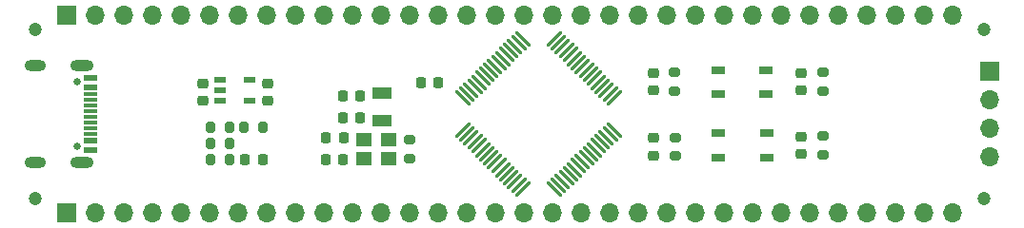
<source format=gts>
%TF.GenerationSoftware,KiCad,Pcbnew,7.0.6*%
%TF.CreationDate,2023-07-08T13:47:52+08:00*%
%TF.ProjectId,UINIO-MCU-GD32F350RBT6,55494e49-4f2d-44d4-9355-2d4744333246,Version 2.0.0*%
%TF.SameCoordinates,PX6a581f0PY5923d30*%
%TF.FileFunction,Soldermask,Top*%
%TF.FilePolarity,Negative*%
%FSLAX46Y46*%
G04 Gerber Fmt 4.6, Leading zero omitted, Abs format (unit mm)*
G04 Created by KiCad (PCBNEW 7.0.6) date 2023-07-08 13:47:52*
%MOMM*%
%LPD*%
G01*
G04 APERTURE LIST*
G04 Aperture macros list*
%AMRoundRect*
0 Rectangle with rounded corners*
0 $1 Rounding radius*
0 $2 $3 $4 $5 $6 $7 $8 $9 X,Y pos of 4 corners*
0 Add a 4 corners polygon primitive as box body*
4,1,4,$2,$3,$4,$5,$6,$7,$8,$9,$2,$3,0*
0 Add four circle primitives for the rounded corners*
1,1,$1+$1,$2,$3*
1,1,$1+$1,$4,$5*
1,1,$1+$1,$6,$7*
1,1,$1+$1,$8,$9*
0 Add four rect primitives between the rounded corners*
20,1,$1+$1,$2,$3,$4,$5,0*
20,1,$1+$1,$4,$5,$6,$7,0*
20,1,$1+$1,$6,$7,$8,$9,0*
20,1,$1+$1,$8,$9,$2,$3,0*%
%AMHorizOval*
0 Thick line with rounded ends*
0 $1 width*
0 $2 $3 position (X,Y) of the first rounded end (center of the circle)*
0 $4 $5 position (X,Y) of the second rounded end (center of the circle)*
0 Add line between two ends*
20,1,$1,$2,$3,$4,$5,0*
0 Add two circle primitives to create the rounded ends*
1,1,$1,$2,$3*
1,1,$1,$4,$5*%
G04 Aperture macros list end*
%ADD10RoundRect,0.200000X-0.275000X0.200000X-0.275000X-0.200000X0.275000X-0.200000X0.275000X0.200000X0*%
%ADD11RoundRect,0.225000X-0.225000X-0.250000X0.225000X-0.250000X0.225000X0.250000X-0.225000X0.250000X0*%
%ADD12RoundRect,0.225000X-0.250000X0.225000X-0.250000X-0.225000X0.250000X-0.225000X0.250000X0.225000X0*%
%ADD13RoundRect,0.200000X0.275000X-0.200000X0.275000X0.200000X-0.275000X0.200000X-0.275000X-0.200000X0*%
%ADD14C,1.200000*%
%ADD15RoundRect,0.218750X0.256250X-0.218750X0.256250X0.218750X-0.256250X0.218750X-0.256250X-0.218750X0*%
%ADD16HorizOval,0.300000X-0.601041X-0.601041X0.601041X0.601041X0*%
%ADD17HorizOval,0.300000X0.601041X-0.601041X-0.601041X0.601041X0*%
%ADD18R,1.400000X1.200000*%
%ADD19RoundRect,0.200000X0.200000X0.275000X-0.200000X0.275000X-0.200000X-0.275000X0.200000X-0.275000X0*%
%ADD20R,1.000000X0.600000*%
%ADD21C,0.650000*%
%ADD22O,2.100000X1.000000*%
%ADD23O,1.900000X1.000000*%
%ADD24R,1.150000X0.600000*%
%ADD25R,1.150000X0.300000*%
%ADD26R,1.200000X0.650000*%
%ADD27R,1.700000X1.700000*%
%ADD28O,1.700000X1.700000*%
%ADD29RoundRect,0.225000X0.225000X0.250000X-0.225000X0.250000X-0.225000X-0.250000X0.225000X-0.250000X0*%
%ADD30R,1.800000X1.000000*%
%ADD31RoundRect,0.218750X0.218750X0.256250X-0.218750X0.256250X-0.218750X-0.256250X0.218750X-0.256250X0*%
G04 APERTURE END LIST*
D10*
%TO.C,R5*%
X66850000Y-6460000D03*
X66850000Y-8110000D03*
%TD*%
D11*
%TO.C,C8*%
X24165000Y-8540000D03*
X25715000Y-8540000D03*
%TD*%
D12*
%TO.C,C7*%
X64920000Y-12195000D03*
X64920000Y-13745000D03*
%TD*%
D13*
%TO.C,R2*%
X53650000Y-8105000D03*
X53650000Y-6455000D03*
%TD*%
D10*
%TO.C,R6*%
X66860000Y-12145000D03*
X66860000Y-13795000D03*
%TD*%
D14*
%TO.C,HOLE1*%
X81120000Y-17720000D03*
%TD*%
D15*
%TO.C,L1*%
X51730000Y-13862500D03*
X51730000Y-12287500D03*
%TD*%
D12*
%TO.C,C2*%
X64910000Y-6510000D03*
X64910000Y-8060000D03*
%TD*%
D13*
%TO.C,R3*%
X53670000Y-13900000D03*
X53670000Y-12250000D03*
%TD*%
D14*
%TO.C,HOLE3*%
X-3180000Y-17720000D03*
%TD*%
D10*
%TO.C,R4*%
X30110000Y-12485000D03*
X30110000Y-14135000D03*
%TD*%
D16*
%TO.C,U2*%
X34835849Y-11584214D03*
X35189402Y-11937767D03*
X35542955Y-12291320D03*
X35896509Y-12644874D03*
X36250062Y-12998427D03*
X36603616Y-13351981D03*
X36957169Y-13705534D03*
X37310722Y-14059087D03*
X37664276Y-14412641D03*
X38017829Y-14766194D03*
X38371382Y-15119747D03*
X38724936Y-15473301D03*
X39078489Y-15826854D03*
X39432043Y-16180408D03*
X39785596Y-16533961D03*
X40139149Y-16887514D03*
D17*
X42967577Y-16887514D03*
X43321130Y-16533961D03*
X43674683Y-16180408D03*
X44028237Y-15826854D03*
X44381790Y-15473301D03*
X44735344Y-15119747D03*
X45088897Y-14766194D03*
X45442450Y-14412641D03*
X45796004Y-14059087D03*
X46149557Y-13705534D03*
X46503110Y-13351981D03*
X46856664Y-12998427D03*
X47210217Y-12644874D03*
X47563771Y-12291320D03*
X47917324Y-11937767D03*
X48270877Y-11584214D03*
D16*
X48270877Y-8755786D03*
X47917324Y-8402233D03*
X47563771Y-8048680D03*
X47210217Y-7695126D03*
X46856664Y-7341573D03*
X46503110Y-6988019D03*
X46149557Y-6634466D03*
X45796004Y-6280913D03*
X45442450Y-5927359D03*
X45088897Y-5573806D03*
X44735344Y-5220253D03*
X44381790Y-4866699D03*
X44028237Y-4513146D03*
X43674683Y-4159592D03*
X43321130Y-3806039D03*
X42967577Y-3452486D03*
D17*
X40139149Y-3452486D03*
X39785596Y-3806039D03*
X39432043Y-4159592D03*
X39078489Y-4513146D03*
X38724936Y-4866699D03*
X38371382Y-5220253D03*
X38017829Y-5573806D03*
X37664276Y-5927359D03*
X37310722Y-6280913D03*
X36957169Y-6634466D03*
X36603616Y-6988019D03*
X36250062Y-7341573D03*
X35896509Y-7695126D03*
X35542955Y-8048680D03*
X35189402Y-8402233D03*
X34835849Y-8755786D03*
%TD*%
D18*
%TO.C,Y2*%
X26050000Y-14150000D03*
X28250000Y-14150000D03*
X28250000Y-12450000D03*
X26050000Y-12450000D03*
%TD*%
D11*
%TO.C,C9*%
X24165000Y-10510000D03*
X25715000Y-10510000D03*
%TD*%
D19*
%TO.C,R9*%
X17045000Y-11350000D03*
X15395000Y-11350000D03*
%TD*%
D12*
%TO.C,C5*%
X51730000Y-6505000D03*
X51730000Y-8055000D03*
%TD*%
D20*
%TO.C,U1*%
X13260000Y-7090000D03*
X13260000Y-8040000D03*
X13260000Y-8990000D03*
X15860000Y-8990000D03*
X15860000Y-7090000D03*
%TD*%
D12*
%TO.C,C1*%
X11680000Y-7435000D03*
X11680000Y-8985000D03*
%TD*%
%TO.C,C3*%
X17440000Y-7425000D03*
X17440000Y-8975000D03*
%TD*%
D14*
%TO.C,HOLE2*%
X81110000Y-2610000D03*
%TD*%
D19*
%TO.C,R7*%
X14085000Y-11350000D03*
X12435000Y-11350000D03*
%TD*%
D21*
%TO.C,USB1*%
X499000Y-7273599D03*
X499000Y-13053599D03*
D22*
X999000Y-5838599D03*
X999000Y-14488599D03*
D23*
X-3201000Y-5838599D03*
X-3201000Y-14488599D03*
D24*
X1761000Y-6963599D03*
X1761000Y-7763599D03*
D25*
X1761000Y-8913599D03*
X1761000Y-9913599D03*
X1761000Y-10413599D03*
X1761000Y-11413599D03*
D24*
X1761000Y-13363599D03*
X1761000Y-12563599D03*
D25*
X1761000Y-11913599D03*
X1761000Y-10913599D03*
X1761000Y-9413599D03*
X1761000Y-8413599D03*
%TD*%
D11*
%TO.C,C4*%
X31085000Y-7360000D03*
X32635000Y-7360000D03*
%TD*%
D26*
%TO.C,SW2*%
X57520000Y-11885000D03*
X61820000Y-11885000D03*
X57520000Y-14035000D03*
X61820000Y-14035000D03*
%TD*%
D19*
%TO.C,R1*%
X14085000Y-14270000D03*
X12435000Y-14270000D03*
%TD*%
%TO.C,R8*%
X14085000Y-12810000D03*
X12435000Y-12810000D03*
%TD*%
D27*
%TO.C,J3*%
X81670000Y-6350000D03*
D28*
X81670000Y-8890000D03*
X81670000Y-11430000D03*
X81670000Y-13970000D03*
%TD*%
D26*
%TO.C,SW1*%
X57490000Y-6245000D03*
X61790000Y-6245000D03*
X57490000Y-8395000D03*
X61790000Y-8395000D03*
%TD*%
D29*
%TO.C,C6*%
X24205000Y-12310000D03*
X22655000Y-12310000D03*
%TD*%
D30*
%TO.C,Y1*%
X27600000Y-10780000D03*
X27600000Y-8280000D03*
%TD*%
D14*
%TO.C,HOLE4*%
X-3180000Y-2610000D03*
%TD*%
D31*
%TO.C,D1*%
X17007500Y-14270000D03*
X15432500Y-14270000D03*
%TD*%
D11*
%TO.C,C10*%
X22645000Y-14260000D03*
X24195000Y-14260000D03*
%TD*%
D27*
%TO.C,J2*%
X-410000Y-1340000D03*
D28*
X2130000Y-1340000D03*
X4670000Y-1340000D03*
X7210000Y-1340000D03*
X9750000Y-1340000D03*
X12290000Y-1340000D03*
X14830000Y-1340000D03*
X17370000Y-1340000D03*
X19910000Y-1340000D03*
X22450000Y-1340000D03*
X24990000Y-1340000D03*
X27530000Y-1340000D03*
X30070000Y-1340000D03*
X32610000Y-1340000D03*
X35150000Y-1340000D03*
X37690000Y-1340000D03*
X40230000Y-1340000D03*
X42770000Y-1340000D03*
X45310000Y-1340000D03*
X47850000Y-1340000D03*
X50390000Y-1340000D03*
X52930000Y-1340000D03*
X55470000Y-1340000D03*
X58010000Y-1340000D03*
X60550000Y-1340000D03*
X63090000Y-1340000D03*
X65630000Y-1340000D03*
X68170000Y-1340000D03*
X70710000Y-1340000D03*
X73250000Y-1340000D03*
X75790000Y-1340000D03*
X78330000Y-1340000D03*
%TD*%
D27*
%TO.C,J1*%
X-410000Y-18990000D03*
D28*
X2130000Y-18990000D03*
X4670000Y-18990000D03*
X7210000Y-18990000D03*
X9750000Y-18990000D03*
X12290000Y-18990000D03*
X14830000Y-18990000D03*
X17370000Y-18990000D03*
X19910000Y-18990000D03*
X22450000Y-18990000D03*
X24990000Y-18990000D03*
X27530000Y-18990000D03*
X30070000Y-18990000D03*
X32610000Y-18990000D03*
X35150000Y-18990000D03*
X37690000Y-18990000D03*
X40230000Y-18990000D03*
X42770000Y-18990000D03*
X45310000Y-18990000D03*
X47850000Y-18990000D03*
X50390000Y-18990000D03*
X52930000Y-18990000D03*
X55470000Y-18990000D03*
X58010000Y-18990000D03*
X60550000Y-18990000D03*
X63090000Y-18990000D03*
X65630000Y-18990000D03*
X68170000Y-18990000D03*
X70710000Y-18990000D03*
X73250000Y-18990000D03*
X75790000Y-18990000D03*
X78330000Y-18990000D03*
%TD*%
M02*

</source>
